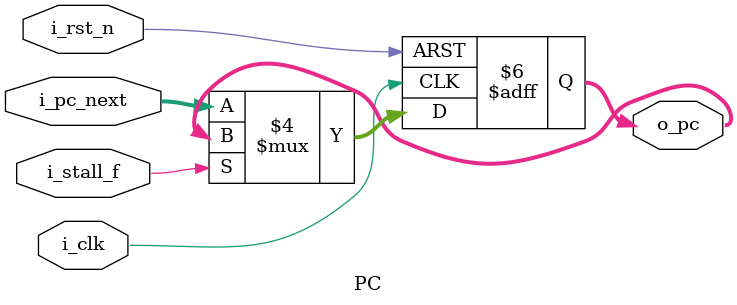
<source format=sv>
module PC (
  input  logic        i_clk     , 
  input  logic        i_rst_n   ,
  input  logic        i_stall_f ,
  input  logic [31:0] i_pc_next ,
  output logic [31:0] o_pc
);

  always_ff @(posedge i_clk or negedge i_rst_n) begin : pc_ff
    if     (!i_rst_n)    o_pc <= 32'b0    ;
    else if(i_stall_f)   o_pc <= o_pc     ;
    else                 o_pc <= i_pc_next;
  end : pc_ff

endmodule : PC

</source>
